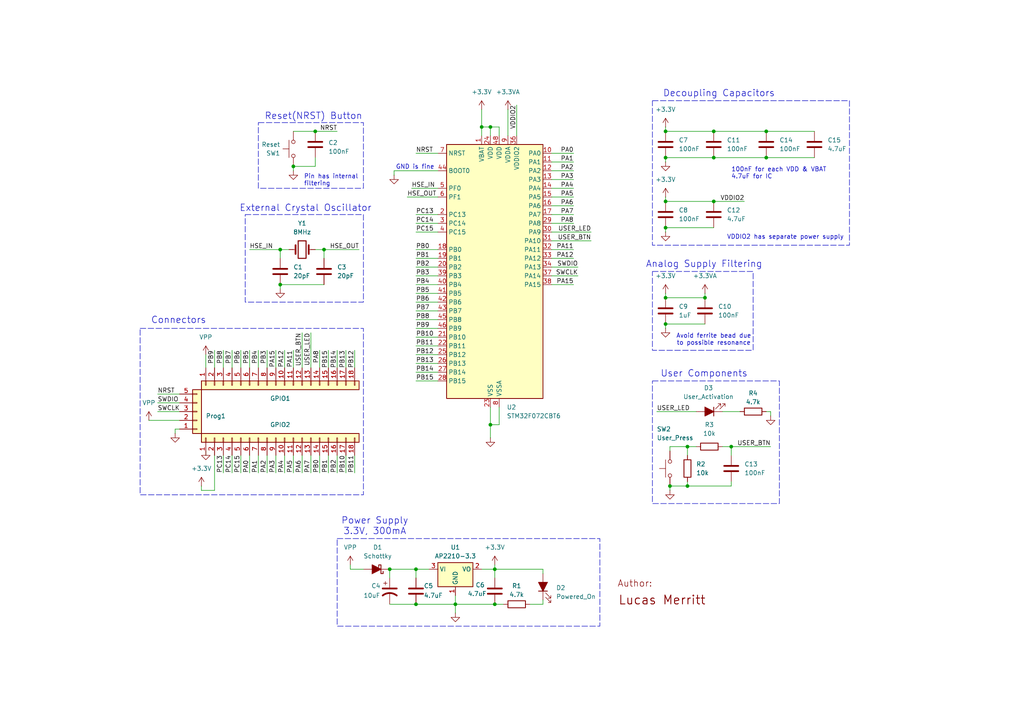
<source format=kicad_sch>
(kicad_sch (version 20231120) (generator "eeschema") (generator_version "8.0")
  (paper "A4")
  (title_block (title "STM32 Custom Development Board") (date "2024-07-27") (rev "4 update fp."))
  (lib_symbols
    (symbol "Connector_Generic:Conn_01x05" (pin_names (offset 1.016) hide)
      (property "Reference" "J" (at 0 7.62 0))
      (property "Value" "Conn_01x05" (at 0 -7.62 0))
      (symbol "Conn_01x05_1_1"
        (rectangle (start -1.27 -4.953) (end 0 -5.207) (stroke (width 0.1524)))
        (rectangle (start -1.27 -2.413) (end 0 -2.667) (stroke (width 0.1524)))
        (rectangle (start -1.27 0.127) (end 0 -0.127) (stroke (width 0.1524)))
        (rectangle (start -1.27 2.667) (end 0 2.413) (stroke (width 0.1524)))
        (rectangle (start -1.27 5.207) (end 0 4.953) (stroke (width 0.1524)))
        (rectangle (start -1.27 6.35) (end 1.27 -6.35) (stroke (width 0.254)) (fill (type background)))
        (pin passive line (at -5.08 5.08 0) (length 3.81) (name "Pin_1") (number "1"))
        (pin passive line (at -5.08 2.54 0) (length 3.81) (name "Pin_2") (number "2"))
        (pin passive line (at -5.08 0 0) (length 3.81) (name "Pin_3") (number "3"))
        (pin passive line (at -5.08 -2.54 0) (length 3.81) (name "Pin_4") (number "4"))
        (pin passive line (at -5.08 -5.08 0) (length 3.81) (name "Pin_5") (number "5"))
      )
    )
    (symbol "Connector_Generic:Conn_01x18" (pin_names (offset 1.016) hide)
      (property "Reference" "J" (at 0 22.86 0))
      (property "Value" "Conn_01x18" (at 0 -25.4 0))
      (symbol "Conn_01x18_1_1"
        (rectangle (start -1.27 -22.733) (end 0 -22.987) (stroke (width 0.1524)))
        (rectangle (start -1.27 -20.193) (end 0 -20.447) (stroke (width 0.1524)))
        (rectangle (start -1.27 -17.653) (end 0 -17.907) (stroke (width 0.1524)))
        (rectangle (start -1.27 -15.113) (end 0 -15.367) (stroke (width 0.1524)))
        (rectangle (start -1.27 -12.573) (end 0 -12.827) (stroke (width 0.1524)))
        (rectangle (start -1.27 -10.033) (end 0 -10.287) (stroke (width 0.1524)))
        (rectangle (start -1.27 -7.493) (end 0 -7.747) (stroke (width 0.1524)))
        (rectangle (start -1.27 -4.953) (end 0 -5.207) (stroke (width 0.1524)))
        (rectangle (start -1.27 -2.413) (end 0 -2.667) (stroke (width 0.1524)))
        (rectangle (start -1.27 0.127) (end 0 -0.127) (stroke (width 0.1524)))
        (rectangle (start -1.27 2.667) (end 0 2.413) (stroke (width 0.1524)))
        (rectangle (start -1.27 5.207) (end 0 4.953) (stroke (width 0.1524)))
        (rectangle (start -1.27 7.747) (end 0 7.493) (stroke (width 0.1524)))
        (rectangle (start -1.27 10.287) (end 0 10.033) (stroke (width 0.1524)))
        (rectangle (start -1.27 12.827) (end 0 12.573) (stroke (width 0.1524)))
        (rectangle (start -1.27 15.367) (end 0 15.113) (stroke (width 0.1524)))
        (rectangle (start -1.27 17.907) (end 0 17.653) (stroke (width 0.1524)))
        (rectangle (start -1.27 20.447) (end 0 20.193) (stroke (width 0.1524)))
        (rectangle (start -1.27 21.59) (end 1.27 -24.13) (stroke (width 0.254)) (fill (type background)))
        (pin passive line (at -5.08 20.32 0) (length 3.81) (name "Pin_1") (number "1"))
        (pin passive line (at -5.08 -2.54 0) (length 3.81) (name "Pin_10") (number "10"))
        (pin passive line (at -5.08 -5.08 0) (length 3.81) (name "Pin_11") (number "11"))
        (pin passive line (at -5.08 -7.62 0) (length 3.81) (name "Pin_12") (number "12"))
        (pin passive line (at -5.08 -10.16 0) (length 3.81) (name "Pin_13") (number "13"))
        (pin passive line (at -5.08 -12.7 0) (length 3.81) (name "Pin_14") (number "14"))
        (pin passive line (at -5.08 -15.24 0) (length 3.81) (name "Pin_15") (number "15"))
        (pin passive line (at -5.08 -17.78 0) (length 3.81) (name "Pin_16") (number "16"))
        (pin passive line (at -5.08 -20.32 0) (length 3.81) (name "Pin_17") (number "17"))
        (pin passive line (at -5.08 -22.86 0) (length 3.81) (name "Pin_18") (number "18"))
        (pin passive line (at -5.08 17.78 0) (length 3.81) (name "Pin_2") (number "2"))
        (pin passive line (at -5.08 15.24 0) (length 3.81) (name "Pin_3") (number "3"))
        (pin passive line (at -5.08 12.7 0) (length 3.81) (name "Pin_4") (number "4"))
        (pin passive line (at -5.08 10.16 0) (length 3.81) (name "Pin_5") (number "5"))
        (pin passive line (at -5.08 7.62 0) (length 3.81) (name "Pin_6") (number "6"))
        (pin passive line (at -5.08 5.08 0) (length 3.81) (name "Pin_7") (number "7"))
        (pin passive line (at -5.08 2.54 0) (length 3.81) (name "Pin_8") (number "8"))
        (pin passive line (at -5.08 0 0) (length 3.81) (name "Pin_9") (number "9"))
      )
    )
    (symbol "Device:C" (pin_numbers hide) (pin_names (offset 0.254))
      (property "Reference" "C" (at 0.635 2.54 0))
      (property "Value" "C" (at 0.635 -2.54 0))
      (symbol "C_0_1"
        (polyline (pts (xy -2.032 -0.762) (xy 2.032 -0.762)) (stroke (width 0.508)))
        (polyline (pts (xy -2.032 0.762) (xy 2.032 0.762)) (stroke (width 0.508)))
      )
      (symbol "C_1_1"
        (pin passive line (at 0 3.81 270) (length 2.794) (name "~") (number "1"))
        (pin passive line (at 0 -3.81 90) (length 2.794) (name "~") (number "2"))
      )
    )
    (symbol "Device:C_Polarized_US" (pin_numbers hide) (pin_names (offset 0.254) hide)
      (property "Reference" "C" (at 0.635 2.54 0))
      (property "Value" "C_Polarized_US" (at 0.635 -2.54 0))
      (symbol "C_Polarized_US_0_1"
        (polyline (pts (xy -2.032 0.762) (xy 2.032 0.762)) (stroke (width 0.508)))
        (polyline (pts (xy -1.778 2.286) (xy -0.762 2.286)))
        (polyline (pts (xy -1.27 1.778) (xy -1.27 2.794)))
        (arc (start 2.032 -1.27) (mid 0 -0.5572) (end -2.032 -1.27) (stroke (width 0.508)))
      )
      (symbol "C_Polarized_US_1_1"
        (pin passive line (at 0 3.81 270) (length 2.794) (name "~") (number "1"))
        (pin passive line (at 0 -3.81 90) (length 3.302) (name "~") (number "2"))
      )
    )
    (symbol "Device:Crystal" (pin_numbers hide) (pin_names (offset 1.016) hide)
      (property "Reference" "Y" (at 0 3.81 0))
      (property "Value" "Crystal" (at 0 -3.81 0))
      (symbol "Crystal_0_1"
        (rectangle (start -1.143 2.54) (end 1.143 -2.54) (stroke (width 0.3048)))
        (polyline (pts (xy -2.54 0) (xy -1.905 0)))
        (polyline (pts (xy -1.905 -1.27) (xy -1.905 1.27)) (stroke (width 0.508)))
        (polyline (pts (xy 1.905 -1.27) (xy 1.905 1.27)) (stroke (width 0.508)))
        (polyline (pts (xy 2.54 0) (xy 1.905 0)))
      )
      (symbol "Crystal_1_1"
        (pin passive line (at -3.81 0 0) (length 1.27) (name "1") (number "1"))
        (pin passive line (at 3.81 0 180) (length 1.27) (name "2") (number "2"))
      )
    )
    (symbol "Device:D_Schottky_Filled" (pin_numbers hide) (pin_names (offset 1.016) hide)
      (property "Reference" "D" (at 0 2.54 0))
      (property "Value" "D_Schottky_Filled" (at 0 -2.54 0))
      (symbol "D_Schottky_Filled_0_1"
        (polyline (pts (xy 1.27 0) (xy -1.27 0)))
        (polyline (pts (xy 1.27 1.27) (xy 1.27 -1.27) (xy -1.27 0) (xy 1.27 1.27)) (stroke (width 0.254)) (fill (type outline)))
        (polyline (pts (xy -1.905 0.635) (xy -1.905 1.27) (xy -1.27 1.27) (xy -1.27 -1.27) (xy -0.635 -1.27) (xy -0.635 -0.635)) (stroke (width 0.254)))
      )
      (symbol "D_Schottky_Filled_1_1"
        (pin passive line (at -3.81 0 0) (length 2.54) (name "K") (number "1"))
        (pin passive line (at 3.81 0 180) (length 2.54) (name "A") (number "2"))
      )
    )
    (symbol "Device:LED_Filled" (pin_numbers hide) (pin_names (offset 1.016) hide)
      (property "Reference" "D" (at 0 2.54 0))
      (property "Value" "LED_Filled" (at 0 -2.54 0))
      (symbol "LED_Filled_0_1"
        (polyline (pts (xy -1.27 -1.27) (xy -1.27 1.27)) (stroke (width 0.254)))
        (polyline (pts (xy -1.27 0) (xy 1.27 0)))
        (polyline (pts (xy 1.27 -1.27) (xy 1.27 1.27) (xy -1.27 0) (xy 1.27 -1.27)) (stroke (width 0.254)) (fill (type outline)))
        (polyline (pts (xy -3.048 -0.762) (xy -4.572 -2.286) (xy -3.81 -2.286) (xy -4.572 -2.286) (xy -4.572 -1.524)))
        (polyline (pts (xy -1.778 -0.762) (xy -3.302 -2.286) (xy -2.54 -2.286) (xy -3.302 -2.286) (xy -3.302 -1.524)))
      )
      (symbol "LED_Filled_1_1"
        (pin passive line (at -3.81 0 0) (length 2.54) (name "K") (number "1"))
        (pin passive line (at 3.81 0 180) (length 2.54) (name "A") (number "2"))
      )
    )
    (symbol "Device:R" (pin_numbers hide) (pin_names (offset 0))
      (property "Reference" "R" (at 2.032 0 90))
      (property "Value" "R" (at 0 0 90))
      (symbol "R_0_1"
        (rectangle (start -1.016 -2.54) (end 1.016 2.54) (stroke (width 0.254)))
      )
      (symbol "R_1_1"
        (pin passive line (at 0 3.81 270) (length 1.27) (name "~") (number "1"))
        (pin passive line (at 0 -3.81 90) (length 1.27) (name "~") (number "2"))
      )
    )
    (symbol "MCU_ST_STM32F0:STM32F072CBTx"
      (property "Reference" "U" (at -12.7 39.37 0))
      (property "Value" "STM32F072CBTx" (at 10.16 39.37 0))
      (symbol "STM32F072CBTx_0_1"
        (rectangle (start -12.7 -35.56) (end 15.24 38.1) (stroke (width 0.254)) (fill (type background)))
      )
      (symbol "STM32F072CBTx_1_1"
        (pin power_in line (at -2.54 40.64 270) (length 2.54) (name "VBAT") (number "1"))
        (pin bidirectional line (at 17.78 35.56 180) (length 2.54) (name "PA0") (number "10"))
        (pin bidirectional line (at 17.78 33.02 180) (length 2.54) (name "PA1") (number "11"))
        (pin bidirectional line (at 17.78 30.48 180) (length 2.54) (name "PA2") (number "12"))
        (pin bidirectional line (at 17.78 27.94 180) (length 2.54) (name "PA3") (number "13"))
        (pin bidirectional line (at 17.78 25.4 180) (length 2.54) (name "PA4") (number "14"))
        (pin bidirectional line (at 17.78 22.86 180) (length 2.54) (name "PA5") (number "15"))
        (pin bidirectional line (at 17.78 20.32 180) (length 2.54) (name "PA6") (number "16"))
        (pin bidirectional line (at 17.78 17.78 180) (length 2.54) (name "PA7") (number "17"))
        (pin bidirectional line (at -15.24 7.62 0) (length 2.54) (name "PB0") (number "18"))
        (pin bidirectional line (at -15.24 5.08 0) (length 2.54) (name "PB1") (number "19"))
        (pin bidirectional line (at -15.24 17.78 0) (length 2.54) (name "PC13") (number "2"))
        (pin bidirectional line (at -15.24 2.54 0) (length 2.54) (name "PB2") (number "20"))
        (pin bidirectional line (at -15.24 -17.78 0) (length 2.54) (name "PB10") (number "21"))
        (pin bidirectional line (at -15.24 -20.32 0) (length 2.54) (name "PB11") (number "22"))
        (pin power_in line (at 0 -38.1 90) (length 2.54) (name "VSS") (number "23"))
        (pin power_in line (at 0 40.64 270) (length 2.54) (name "VDD") (number "24"))
        (pin bidirectional line (at -15.24 -22.86 0) (length 2.54) (name "PB12") (number "25"))
        (pin bidirectional line (at -15.24 -25.4 0) (length 2.54) (name "PB13") (number "26"))
        (pin bidirectional line (at -15.24 -27.94 0) (length 2.54) (name "PB14") (number "27"))
        (pin bidirectional line (at -15.24 -30.48 0) (length 2.54) (name "PB15") (number "28"))
        (pin bidirectional line (at 17.78 15.24 180) (length 2.54) (name "PA8") (number "29"))
        (pin bidirectional line (at -15.24 15.24 0) (length 2.54) (name "PC14") (number "3"))
        (pin bidirectional line (at 17.78 12.7 180) (length 2.54) (name "PA9") (number "30"))
        (pin bidirectional line (at 17.78 10.16 180) (length 2.54) (name "PA10") (number "31"))
        (pin bidirectional line (at 17.78 7.62 180) (length 2.54) (name "PA11") (number "32"))
        (pin bidirectional line (at 17.78 5.08 180) (length 2.54) (name "PA12") (number "33"))
        (pin bidirectional line (at 17.78 2.54 180) (length 2.54) (name "PA13") (number "34"))
        (pin passive line (at 0 -38.1 90) (length 2.54) hide (name "VSS") (number "35"))
        (pin power_in line (at 7.62 40.64 270) (length 2.54) (name "VDDIO2") (number "36"))
        (pin bidirectional line (at 17.78 0 180) (length 2.54) (name "PA14") (number "37"))
        (pin bidirectional line (at 17.78 -2.54 180) (length 2.54) (name "PA15") (number "38"))
        (pin bidirectional line (at -15.24 0 0) (length 2.54) (name "PB3") (number "39"))
        (pin bidirectional line (at -15.24 12.7 0) (length 2.54) (name "PC15") (number "4"))
        (pin bidirectional line (at -15.24 -2.54 0) (length 2.54) (name "PB4") (number "40"))
        (pin bidirectional line (at -15.24 -5.08 0) (length 2.54) (name "PB5") (number "41"))
        (pin bidirectional line (at -15.24 -7.62 0) (length 2.54) (name "PB6") (number "42"))
        (pin bidirectional line (at -15.24 -10.16 0) (length 2.54) (name "PB7") (number "43"))
        (pin input line (at -15.24 30.48 0) (length 2.54) (name "BOOT0") (number "44"))
        (pin bidirectional line (at -15.24 -12.7 0) (length 2.54) (name "PB8") (number "45"))
        (pin bidirectional line (at -15.24 -15.24 0) (length 2.54) (name "PB9") (number "46"))
        (pin passive line (at 0 -38.1 90) (length 2.54) hide (name "VSS") (number "47"))
        (pin power_in line (at 2.54 40.64 270) (length 2.54) (name "VDD") (number "48"))
        (pin bidirectional line (at -15.24 25.4 0) (length 2.54) (name "PF0") (number "5"))
        (pin bidirectional line (at -15.24 22.86 0) (length 2.54) (name "PF1") (number "6"))
        (pin input line (at -15.24 35.56 0) (length 2.54) (name "NRST") (number "7"))
        (pin power_in line (at 2.54 -38.1 90) (length 2.54) (name "VSSA") (number "8"))
        (pin power_in line (at 5.08 40.64 270) (length 2.54) (name "VDDA") (number "9"))
      )
    )
    (symbol "Regulator_Linear:AP1117-33"
      (property "Reference" "U" (at -3.81 3.175 0))
      (property "Value" "AP1117-33" (at 0 3.175 0))
      (symbol "AP1117-33_0_1"
        (rectangle (start -5.08 -5.08) (end 5.08 1.905) (stroke (width 0.254)) (fill (type background)))
      )
      (symbol "AP1117-33_1_1"
        (pin power_in line (at 0 -7.62 90) (length 2.54) (name "GND") (number "1"))
        (pin power_out line (at 7.62 0 180) (length 2.54) (name "VO") (number "2"))
        (pin power_in line (at -7.62 0 0) (length 2.54) (name "VI") (number "3"))
      )
    )
    (symbol "Switch:SW_Push" (pin_numbers hide) (pin_names (offset 1.016) hide)
      (property "Reference" "SW" (at 1.27 2.54 0))
      (property "Value" "SW_Push" (at 0 -1.524 0))
      (symbol "SW_Push_0_1"
        (circle (center -2.032 0) (radius 0.508))
        (polyline (pts (xy 0 1.27) (xy 0 3.048)))
        (polyline (pts (xy 2.54 1.27) (xy -2.54 1.27)))
        (circle (center 2.032 0) (radius 0.508))
        (pin passive line (at -5.08 0 0) (length 2.54) (name "1") (number "1"))
        (pin passive line (at 5.08 0 180) (length 2.54) (name "2") (number "2"))
      )
    )
    (symbol "power:+3.3V" (power) (pin_numbers hide) (pin_names (offset 0) hide)
      (property "Value" "+3.3V" (at 0 3.556 0))
      (symbol "+3.3V_0_1"
        (polyline (pts (xy -0.762 1.27) (xy 0 2.54)))
        (polyline (pts (xy 0 0) (xy 0 2.54)))
        (polyline (pts (xy 0 2.54) (xy 0.762 1.27)))
      )
      (symbol "+3.3V_1_1"
        (pin power_in line (at 0 0 90) (length 0) (name "~") (number "1"))
      )
    )
    (symbol "power:+3.3VA" (power) (pin_numbers hide) (pin_names (offset 0) hide)
      (property "Value" "+3.3VA" (at 0 3.556 0))
      (symbol "+3.3VA_0_1"
        (polyline (pts (xy -0.762 1.27) (xy 0 2.54)))
        (polyline (pts (xy 0 0) (xy 0 2.54)))
        (polyline (pts (xy 0 2.54) (xy 0.762 1.27)))
      )
      (symbol "+3.3VA_1_1"
        (pin power_in line (at 0 0 90) (length 0) (name "~") (number "1"))
      )
    )
    (symbol "power:GND" (power) (pin_numbers hide) (pin_names (offset 0) hide)
      (property "Value" "GND" (at 0 -3.81 0))
      (symbol "GND_0_1"
        (polyline (pts (xy 0 0) (xy 0 -1.27) (xy 1.27 -1.27) (xy 0 -2.54) (xy -1.27 -1.27) (xy 0 -1.27)))
      )
      (symbol "GND_1_1"
        (pin power_in line (at 0 0 270) (length 0) (name "~") (number "1"))
      )
    )
    (symbol "power:VPP" (power) (pin_numbers hide) (pin_names (offset 0) hide)
      (property "Value" "VPP" (at 0 3.556 0))
      (symbol "VPP_0_1"
        (polyline (pts (xy -0.762 1.27) (xy 0 2.54)))
        (polyline (pts (xy 0 0) (xy 0 2.54)))
        (polyline (pts (xy 0 2.54) (xy 0.762 1.27)))
      )
      (symbol "VPP_1_1"
        (pin power_in line (at 0 0 90) (length 0) (name "~") (number "1"))
      )
    )
  )
  (junction (at 142.24 123.19))
  (junction (at 120.65 175.26))
  (junction (at 85.09 48.26))
  (junction (at 142.24 36.83))
  (junction (at 193.04 93.98))
  (junction (at 132.08 175.26))
  (junction (at 207.01 45.72))
  (junction (at 143.51 175.26))
  (junction (at 207.01 58.42))
  (junction (at 222.25 38.1))
  (junction (at 222.25 45.72))
  (junction (at 204.47 86.36))
  (junction (at 207.01 38.1))
  (junction (at 199.39 140.97))
  (junction (at 193.04 45.72))
  (junction (at 193.04 58.42))
  (junction (at 91.44 38.1))
  (junction (at 93.98 72.39))
  (junction (at 143.51 165.1))
  (junction (at 113.03 165.1))
  (junction (at 120.65 165.1))
  (junction (at 212.09 129.54))
  (junction (at 193.04 66.04))
  (junction (at 199.39 129.54))
  (junction (at 139.7 36.83))
  (junction (at 194.31 140.97))
  (junction (at 81.28 72.39))
  (junction (at 81.28 82.55))
  (junction (at 193.04 38.1))
  (junction (at 193.04 86.36))
  (wire (pts (xy 166.37 44.45) (xy 160.02 44.45)))
  (wire (pts (xy 160.02 80.01) (xy 167.64 80.01)))
  (wire (pts (xy 149.86 30.48) (xy 149.86 39.37)))
  (wire (pts (xy 90.17 96.52) (xy 90.17 106.68)))
  (wire (pts (xy 166.37 54.61) (xy 160.02 54.61)))
  (wire (pts (xy 119.38 54.61) (xy 127 54.61)))
  (wire (pts (xy 77.47 101.6) (xy 77.47 106.68)))
  (wire (pts (xy 166.37 82.55) (xy 160.02 82.55)))
  (wire (pts (xy 120.65 72.39) (xy 127 72.39)))
  (wire (pts (xy 64.77 137.16) (xy 64.77 132.08)))
  (wire (pts (xy 72.39 137.16) (xy 72.39 132.08)))
  (wire (pts (xy 166.37 57.15) (xy 160.02 57.15)))
  (wire (pts (xy 91.44 45.72) (xy 91.44 48.26)))
  (wire (pts (xy 113.03 175.26) (xy 120.65 175.26)))
  (wire (pts (xy 193.04 45.72) (xy 207.01 45.72)))
  (wire (pts (xy 120.65 100.33) (xy 127 100.33)))
  (wire (pts (xy 193.04 45.72) (xy 193.04 46.99)))
  (wire (pts (xy 120.65 67.31) (xy 127 67.31)))
  (wire (pts (xy 82.55 137.16) (xy 82.55 132.08)))
  (wire (pts (xy 166.37 49.53) (xy 160.02 49.53)))
  (wire (pts (xy 67.31 137.16) (xy 67.31 132.08)))
  (wire (pts (xy 97.79 101.6) (xy 97.79 106.68)))
  (wire (pts (xy 166.37 62.23) (xy 160.02 62.23)))
  (wire (pts (xy 144.78 36.83) (xy 142.24 36.83)))
  (wire (pts (xy 166.37 74.93) (xy 160.02 74.93)))
  (wire (pts (xy 85.09 137.16) (xy 85.09 132.08)))
  (wire (pts (xy 160.02 77.47) (xy 167.64 77.47)))
  (wire (pts (xy 120.65 80.01) (xy 127 80.01)))
  (wire (pts (xy 45.72 119.38) (xy 52.07 119.38)))
  (wire (pts (xy 207.01 38.1) (xy 222.25 38.1)))
  (wire (pts (xy 69.85 137.16) (xy 69.85 132.08)))
  (wire (pts (xy 132.08 172.72) (xy 132.08 175.26)))
  (wire (pts (xy 45.72 116.84) (xy 52.07 116.84)))
  (wire (pts (xy 120.65 95.25) (xy 127 95.25)))
  (wire (pts (xy 193.04 86.36) (xy 204.47 86.36)))
  (wire (pts (xy 95.25 101.6) (xy 95.25 106.68)))
  (wire (pts (xy 74.93 137.16) (xy 74.93 132.08)))
  (wire (pts (xy 59.69 132.08) (xy 59.69 130.81)))
  (wire (pts (xy 212.09 129.54) (xy 212.09 132.08)))
  (wire (pts (xy 143.51 165.1) (xy 143.51 167.64)))
  (wire (pts (xy 120.65 64.77) (xy 127 64.77)))
  (wire (pts (xy 87.63 96.52) (xy 87.63 106.68)))
  (wire (pts (xy 142.24 123.19) (xy 142.24 118.11)))
  (wire (pts (xy 101.6 165.1) (xy 105.41 165.1)))
  (wire (pts (xy 120.65 107.95) (xy 127 107.95)))
  (wire (pts (xy 92.71 137.16) (xy 92.71 132.08)))
  (wire (pts (xy 142.24 123.19) (xy 144.78 123.19)))
  (wire (pts (xy 236.22 45.72) (xy 222.25 45.72)))
  (wire (pts (xy 113.03 165.1) (xy 113.03 167.64)))
  (wire (pts (xy 118.11 57.15) (xy 127 57.15)))
  (wire (pts (xy 193.04 66.04) (xy 193.04 67.31)))
  (wire (pts (xy 143.51 163.83) (xy 143.51 165.1)))
  (wire (pts (xy 83.82 72.39) (xy 81.28 72.39)))
  (wire (pts (xy 81.28 72.39) (xy 81.28 74.93)))
  (wire (pts (xy 50.8 124.46) (xy 52.07 124.46)))
  (wire (pts (xy 193.04 66.04) (xy 207.01 66.04)))
  (wire (pts (xy 160.02 67.31) (xy 171.45 67.31)))
  (wire (pts (xy 120.65 102.87) (xy 127 102.87)))
  (wire (pts (xy 120.65 90.17) (xy 127 90.17)))
  (wire (pts (xy 139.7 31.75) (xy 139.7 36.83)))
  (wire (pts (xy 139.7 165.1) (xy 143.51 165.1)))
  (wire (pts (xy 207.01 45.72) (xy 222.25 45.72)))
  (wire (pts (xy 199.39 139.7) (xy 199.39 140.97)))
  (wire (pts (xy 59.69 102.87) (xy 59.69 106.68)))
  (wire (pts (xy 209.55 129.54) (xy 212.09 129.54)))
  (wire (pts (xy 144.78 123.19) (xy 144.78 118.11)))
  (wire (pts (xy 85.09 38.1) (xy 91.44 38.1)))
  (wire (pts (xy 212.09 129.54) (xy 223.52 129.54)))
  (wire (pts (xy 62.23 142.24) (xy 58.42 142.24)))
  (wire (pts (xy 120.65 74.93) (xy 127 74.93)))
  (wire (pts (xy 166.37 72.39) (xy 160.02 72.39)))
  (wire (pts (xy 120.65 82.55) (xy 127 82.55)))
  (wire (pts (xy 199.39 129.54) (xy 199.39 132.08)))
  (wire (pts (xy 120.65 44.45) (xy 127 44.45)))
  (wire (pts (xy 102.87 101.6) (xy 102.87 106.68)))
  (wire (pts (xy 194.31 140.97) (xy 199.39 140.97)))
  (wire (pts (xy 207.01 58.42) (xy 215.9 58.42)))
  (wire (pts (xy 58.42 142.24) (xy 58.42 140.97)))
  (wire (pts (xy 74.93 101.6) (xy 74.93 106.68)))
  (wire (pts (xy 199.39 140.97) (xy 212.09 140.97)))
  (wire (pts (xy 100.33 101.6) (xy 100.33 106.68)))
  (wire (pts (xy 120.65 87.63) (xy 127 87.63)))
  (wire (pts (xy 120.65 62.23) (xy 127 62.23)))
  (wire (pts (xy 209.55 119.38) (xy 214.63 119.38)))
  (wire (pts (xy 166.37 59.69) (xy 160.02 59.69)))
  (wire (pts (xy 193.04 38.1) (xy 207.01 38.1)))
  (wire (pts (xy 139.7 36.83) (xy 139.7 39.37)))
  (wire (pts (xy 204.47 85.09) (xy 204.47 86.36)))
  (wire (pts (xy 90.17 137.16) (xy 90.17 132.08)))
  (wire (pts (xy 95.25 137.16) (xy 95.25 132.08)))
  (wire (pts (xy 120.65 165.1) (xy 120.65 167.64)))
  (wire (pts (xy 82.55 101.6) (xy 82.55 106.68)))
  (wire (pts (xy 132.08 175.26) (xy 143.51 175.26)))
  (wire (pts (xy 114.3 49.53) (xy 127 49.53)))
  (wire (pts (xy 81.28 82.55) (xy 81.28 83.82)))
  (wire (pts (xy 193.04 93.98) (xy 204.47 93.98)))
  (wire (pts (xy 93.98 72.39) (xy 104.14 72.39)))
  (wire (pts (xy 67.31 101.6) (xy 67.31 106.68)))
  (wire (pts (xy 222.25 38.1) (xy 236.22 38.1)))
  (wire (pts (xy 120.65 105.41) (xy 127 105.41)))
  (wire (pts (xy 193.04 93.98) (xy 193.04 95.25)))
  (wire (pts (xy 157.48 173.99) (xy 157.48 175.26)))
  (wire (pts (xy 85.09 48.26) (xy 91.44 48.26)))
  (wire (pts (xy 193.04 57.15) (xy 193.04 58.42)))
  (wire (pts (xy 77.47 137.16) (xy 77.47 132.08)))
  (wire (pts (xy 193.04 85.09) (xy 193.04 86.36)))
  (wire (pts (xy 166.37 64.77) (xy 160.02 64.77)))
  (wire (pts (xy 212.09 140.97) (xy 212.09 139.7)))
  (wire (pts (xy 120.65 110.49) (xy 127 110.49)))
  (wire (pts (xy 142.24 123.19) (xy 142.24 127)))
  (wire (pts (xy 85.09 48.26) (xy 85.09 49.53)))
  (wire (pts (xy 142.24 36.83) (xy 139.7 36.83)))
  (wire (pts (xy 144.78 39.37) (xy 144.78 36.83)))
  (wire (pts (xy 45.72 114.3) (xy 52.07 114.3)))
  (wire (pts (xy 190.5 119.38) (xy 201.93 119.38)))
  (wire (pts (xy 120.65 85.09) (xy 127 85.09)))
  (wire (pts (xy 120.65 97.79) (xy 127 97.79)))
  (wire (pts (xy 132.08 175.26) (xy 132.08 177.8)))
  (wire (pts (xy 143.51 165.1) (xy 157.48 165.1)))
  (wire (pts (xy 120.65 92.71) (xy 127 92.71)))
  (wire (pts (xy 80.01 137.16) (xy 80.01 132.08)))
  (wire (pts (xy 97.79 137.16) (xy 97.79 132.08)))
  (wire (pts (xy 160.02 69.85) (xy 171.45 69.85)))
  (wire (pts (xy 142.24 36.83) (xy 142.24 39.37)))
  (wire (pts (xy 193.04 58.42) (xy 207.01 58.42)))
  (wire (pts (xy 100.33 137.16) (xy 100.33 132.08)))
  (wire (pts (xy 43.18 121.92) (xy 52.07 121.92)))
  (wire (pts (xy 157.48 165.1) (xy 157.48 166.37)))
  (wire (pts (xy 64.77 101.6) (xy 64.77 106.68)))
  (wire (pts (xy 120.65 165.1) (xy 124.46 165.1)))
  (wire (pts (xy 85.09 101.6) (xy 85.09 106.68)))
  (wire (pts (xy 166.37 52.07) (xy 160.02 52.07)))
  (wire (pts (xy 194.31 140.97) (xy 194.31 142.24)))
  (wire (pts (xy 91.44 38.1) (xy 97.79 38.1)))
  (wire (pts (xy 69.85 101.6) (xy 69.85 106.68)))
  (wire (pts (xy 62.23 101.6) (xy 62.23 106.68)))
  (wire (pts (xy 194.31 129.54) (xy 199.39 129.54)))
  (wire (pts (xy 81.28 82.55) (xy 93.98 82.55)))
  (wire (pts (xy 101.6 163.83) (xy 101.6 165.1)))
  (wire (pts (xy 113.03 165.1) (xy 120.65 165.1)))
  (wire (pts (xy 223.52 119.38) (xy 223.52 120.65)))
  (wire (pts (xy 80.01 101.6) (xy 80.01 106.68)))
  (wire (pts (xy 193.04 36.83) (xy 193.04 38.1)))
  (wire (pts (xy 120.65 175.26) (xy 132.08 175.26)))
  (wire (pts (xy 72.39 101.6) (xy 72.39 106.68)))
  (wire (pts (xy 92.71 101.6) (xy 92.71 106.68)))
  (wire (pts (xy 93.98 72.39) (xy 93.98 74.93)))
  (wire (pts (xy 120.65 77.47) (xy 127 77.47)))
  (wire (pts (xy 199.39 129.54) (xy 201.93 129.54)))
  (wire (pts (xy 72.39 72.39) (xy 81.28 72.39)))
  (wire (pts (xy 102.87 137.16) (xy 102.87 132.08)))
  (wire (pts (xy 222.25 119.38) (xy 223.52 119.38)))
  (wire (pts (xy 194.31 130.81) (xy 194.31 129.54)))
  (wire (pts (xy 166.37 46.99) (xy 160.02 46.99)))
  (wire (pts (xy 153.67 175.26) (xy 157.48 175.26)))
  (wire (pts (xy 143.51 175.26) (xy 146.05 175.26)))
  (wire (pts (xy 50.8 124.46) (xy 50.8 125.73)))
  (wire (pts (xy 62.23 132.08) (xy 62.23 142.24)))
  (wire (pts (xy 147.32 31.75) (xy 147.32 39.37)))
  (wire (pts (xy 114.3 49.53) (xy 114.3 50.8)))
  (wire (pts (xy 91.44 72.39) (xy 93.98 72.39)))
  (wire (pts (xy 87.63 137.16) (xy 87.63 132.08)))
  (rectangle (start 97.79 156.21) (end 173.99 181.61) (stroke (width 0) (type dash)))
  (rectangle (start 74.93 35.56) (end 105.41 54.61) (stroke (width 0) (type dash)))
  (rectangle (start 189.23 29.21) (end 246.38 71.12) (stroke (width 0) (type dash)))
  (rectangle (start 189.23 110.49) (end 226.06 146.05) (stroke (width 0) (type dash)))
  (rectangle (start 71.12 62.23) (end 105.41 87.63) (stroke (width 0) (type dash)))
  (rectangle (start 189.23 78.74) (end 218.44 101.6) (stroke (width 0) (type dash)))
  (rectangle (start 40.64 95.25) (end 105.41 143.51) (stroke (width 0) (type dash)))
  (text "100nF for each VDD & VBAT\n4.7uF for IC" (at 212.09 50.292 0) (effects (font (size 1.27 1.27)) (justify left)))
  (text "Power Supply\n3.3V, 300mA" (at 108.712 152.654 0) (effects (font (size 1.905 1.905))))
  (text "Connectors" (at 51.816 92.964 0) (effects (font (size 1.905 1.905))))
  (text "Decoupling Capacitors" (at 208.534 27.178 0) (effects (font (size 1.905 1.905))))
  (text "Lucas Merritt" (at 192.024 174.244 0) (effects (font (size 2.54 2.54) (thickness 0.254) (bold yes))))
  (text "Avoid ferrite bead due\nto possible resonance" (at 207.01 98.552 0) (effects (font (size 1.27 1.27))))
  (text "VDDIO2 has separate power supply" (at 210.82 68.834 0) (effects (font (size 1.27 1.27)) (justify left)))
  (text "External Crystal Oscillator" (at 88.646 60.452 0) (effects (font (size 1.905 1.905))))
  (text "Pin has internal \nfiltering" (at 88.138 52.324 0) (effects (font (size 1.27 1.27)) (justify left)))
  (text "User Components" (at 204.216 108.458 0) (effects (font (size 1.905 1.905))))
  (text "Reset(NRST) Button" (at 90.932 33.782 0) (effects (font (size 1.905 1.905))))
  (text "Author:" (at 184.15 169.418 0) (effects (font (size 1.905 1.905))))
  (text "Analog Supply Filtering" (at 204.216 76.708 0) (effects (font (size 1.905 1.905))))
  (text "GND is fine" (at 120.396 48.514 0) (effects (font (size 1.27 1.27))))
  (label "PB12" (at 120.65 102.87 0))
  (label "PB10" (at 120.65 97.79 0))
  (label "NRST" (at 97.79 38.1 180))
  (label "PB2" (at 97.79 137.16 90))
  (label "PB0" (at 120.65 72.39 0))
  (label "PB3" (at 120.65 80.01 0))
  (label "PA12" (at 82.55 101.6 270))
  (label "SWCLK" (at 45.72 119.38 0))
  (label "PB7" (at 120.65 90.17 0))
  (label "PB8" (at 64.77 101.6 270))
  (label "PB4" (at 74.93 101.6 270))
  (label "PC15" (at 120.65 67.31 0))
  (label "PB15" (at 95.25 101.6 270))
  (label "PB9" (at 120.65 95.25 0))
  (label "PB3" (at 77.47 101.6 270))
  (label "PA12" (at 166.37 74.93 180))
  (label "HSE_IN" (at 72.39 72.39 0))
  (label "PA0" (at 72.39 137.16 90))
  (label "USER_BTN" (at 171.45 69.85 180))
  (label "PB6" (at 120.65 87.63 0))
  (label "PA3" (at 166.37 52.07 180))
  (label "NRST" (at 45.72 114.3 0))
  (label "PB9" (at 62.23 101.6 270))
  (label "PB5" (at 120.65 85.09 0))
  (label "PB11" (at 120.65 100.33 0))
  (label "PA8" (at 92.71 101.6 270))
  (label "PA6" (at 87.63 137.16 90))
  (label "SWCLK" (at 167.64 80.01 180))
  (label "PB1" (at 95.25 137.16 90))
  (label "HSE_IN" (at 119.38 54.61 0))
  (label "PA8" (at 166.37 64.77 180))
  (label "PC13" (at 64.77 137.16 90))
  (label "PB12" (at 102.87 101.6 270))
  (label "PB7" (at 67.31 101.6 270))
  (label "SWDIO" (at 45.72 116.84 0))
  (label "PA11" (at 166.37 72.39 180))
  (label "PB10" (at 100.33 137.16 90))
  (label "PA1" (at 74.93 137.16 90))
  (label "USER_LED" (at 90.17 96.52 270))
  (label "PA15" (at 80.01 101.6 270))
  (label "PA3" (at 80.01 137.16 90))
  (label "PC15" (at 69.85 137.16 90))
  (label "PC14" (at 120.65 64.77 0))
  (label "PA4" (at 166.37 54.61 180))
  (label "PC14" (at 67.31 137.16 90))
  (label "PB14" (at 97.79 101.6 270))
  (label "USER_BTN" (at 223.52 129.54 180))
  (label "PB13" (at 120.65 105.41 0))
  (label "PA2" (at 77.47 137.16 90))
  (label "PB4" (at 120.65 82.55 0))
  (label "PB5" (at 72.39 101.6 270))
  (label "PB15" (at 120.65 110.49 0))
  (label "SWDIO" (at 167.64 77.47 180))
  (label "PA7" (at 90.17 137.16 90))
  (label "USER_LED" (at 190.5 119.38 0))
  (label "USER_BTN" (at 87.63 96.52 270))
  (label "VDDIO2" (at 149.86 30.48 270))
  (label "USER_LED" (at 171.45 67.31 180))
  (label "PA5" (at 166.37 57.15 180))
  (label "PC13" (at 120.65 62.23 0))
  (label "PA7" (at 166.37 62.23 180))
  (label "PB6" (at 69.85 101.6 270))
  (label "PB13" (at 100.33 101.6 270))
  (label "PB2" (at 120.65 77.47 0))
  (label "PA11" (at 85.09 101.6 270))
  (label "PA15" (at 166.37 82.55 180))
  (label "PA5" (at 85.09 137.16 90))
  (label "PB0" (at 92.71 137.16 90))
  (label "PB8" (at 120.65 92.71 0))
  (label "PA4" (at 82.55 137.16 90))
  (label "VDDIO2" (at 215.9 58.42 180))
  (label "HSE_OUT" (at 118.11 57.15 0))
  (label "PB14" (at 120.65 107.95 0))
  (label "PB11" (at 102.87 137.16 90))
  (label "PA0" (at 166.37 44.45 180))
  (label "PB1" (at 120.65 74.93 0))
  (label "NRST" (at 120.65 44.45 0))
  (label "HSE_OUT" (at 104.14 72.39 180))
  (label "PA1" (at 166.37 46.99 180))
  (label "PA2" (at 166.37 49.53 180))
  (label "PA6" (at 166.37 59.69 180))
  (symbol (lib_id "power:GND") (at 193.04 67.31 0) (unit 1)
    (property "Reference" "#PWR018" (effects (hide yes)))
    (property "Value" "GND" (effects (hide yes)))
    (property "Description" "Power symbol creates a global label with name \"GND\" , ground" (effects (hide yes)))
  )
  (symbol (lib_id "Device:R") (at 199.39 135.89 0) (unit 1)
    (property "Reference" "R2" (at 201.93 134.6199 0) (effects (justify left)))
    (property "Value" "10k" (at 201.93 137.1599 0) (effects (justify left)))
    (property "Footprint" "Resistor_SMD:R_0805_2012Metric_Pad1.20x1.40mm_HandSolder" (effects (hide yes)))
    (property "Description" "Resistor" (effects (hide yes)))
  )
  (symbol (lib_id "Connector_Generic:Conn_01x18") (at 80.01 127 90) (unit 1)
    (property "Reference" "GPIO2" (at 81.28 123.19 90))
    (property "Value" "Conn_01x18" (effects (hide yes)))
    (property "Footprint" "Connector_PinHeader_2.54mm:PinHeader_1x18_P2.54mm_Vertical" (effects (hide yes)))
    (property "Description" "Generic connector, single row, 01x18, script generated (kicad-library-utils/schlib/autogen/connector/)" (effects (hide yes)))
  )
  (symbol (lib_id "power:GND") (at 193.04 95.25 0) (unit 1)
    (property "Reference" "#PWR020" (effects (hide yes)))
    (property "Value" "GND" (effects (hide yes)))
    (property "Description" "Power symbol creates a global label with name \"GND\" , ground" (effects (hide yes)))
  )
  (symbol (lib_id "Device:C") (at 193.04 41.91 0) (unit 1)
    (property "Reference" "C7" (at 196.85 40.6399 0) (effects (justify left)))
    (property "Value" "100nF" (at 196.85 43.1799 0) (effects (justify left)))
    (property "Footprint" "Capacitor_SMD:C_0805_2012Metric_Pad1.18x1.45mm_HandSolder" (effects (hide yes)))
    (property "Description" "Unpolarized capacitor" (effects (hide yes)))
  )
  (symbol (lib_id "Device:C") (at 204.47 90.17 0) (unit 1)
    (property "Reference" "C10" (at 208.28 88.8999 0) (effects (justify left)))
    (property "Value" "100nF" (at 208.28 91.4399 0) (effects (justify left)))
    (property "Footprint" "Capacitor_SMD:C_0805_2012Metric_Pad1.18x1.45mm_HandSolder" (effects (hide yes)))
    (property "Description" "Unpolarized capacitor" (effects (hide yes)))
  )
  (symbol (lib_id "Device:C") (at 193.04 90.17 0) (unit 1)
    (property "Reference" "C9" (at 196.85 88.8999 0) (effects (justify left)))
    (property "Value" "1uF" (at 196.85 91.4399 0) (effects (justify left)))
    (property "Footprint" "Capacitor_SMD:C_0805_2012Metric_Pad1.18x1.45mm_HandSolder" (effects (hide yes)))
    (property "Description" "Unpolarized capacitor" (effects (hide yes)))
  )
  (symbol (lib_id "Device:C") (at 222.25 41.91 0) (unit 1)
    (property "Reference" "C14" (at 226.06 40.6399 0) (effects (justify left)))
    (property "Value" "100nF" (at 226.06 43.1799 0) (effects (justify left)))
    (property "Footprint" "Capacitor_SMD:C_0805_2012Metric_Pad1.18x1.45mm_HandSolder" (effects (hide yes)))
    (property "Description" "Unpolarized capacitor" (effects (hide yes)))
  )
  (symbol (lib_id "Device:R") (at 205.74 129.54 90) (unit 1)
    (property "Reference" "R3" (at 205.74 123.19 90))
    (property "Value" "10k" (at 205.74 125.73 90))
    (property "Footprint" "Resistor_SMD:R_0805_2012Metric_Pad1.20x1.40mm_HandSolder" (effects (hide yes)))
    (property "Description" "Resistor" (effects (hide yes)))
  )
  (symbol (lib_id "power:+3.3V") (at 193.04 36.83 0) (unit 1)
    (property "Reference" "#PWR015" (effects (hide yes)))
    (property "Value" "+3.3V" (at 193.04 31.75 0))
    (property "Description" "Power symbol creates a global label with name \"+3.3V\"" (effects (hide yes)))
  )
  (symbol (lib_id "power:+3.3VA") (at 204.47 85.09 0) (unit 1)
    (property "Reference" "#PWR022" (effects (hide yes)))
    (property "Value" "+3.3VA" (at 204.47 80.01 0))
    (property "Description" "Power symbol creates a global label with name \"+3.3VA\"" (effects (hide yes)))
  )
  (symbol (lib_id "power:GND") (at 132.08 177.8 0) (unit 1)
    (property "Reference" "#PWR010" (effects (hide yes)))
    (property "Value" "GND" (effects (hide yes)))
    (property "Description" "Power symbol creates a global label with name \"GND\" , ground" (effects (hide yes)))
  )
  (symbol (lib_id "power:+3.3V") (at 143.51 163.83 0) (unit 1)
    (property "Reference" "#PWR013" (effects (hide yes)))
    (property "Value" "+3.3V" (at 143.51 158.75 0))
    (property "Description" "Power symbol creates a global label with name \"+3.3V\"" (effects (hide yes)))
  )
  (symbol (lib_id "Device:R") (at 218.44 119.38 90) (unit 1)
    (property "Reference" "R4" (at 218.44 114.046 90))
    (property "Value" "4.7k" (at 218.44 116.586 90))
    (property "Footprint" "Resistor_SMD:R_0805_2012Metric_Pad1.20x1.40mm_HandSolder" (effects (hide yes)))
    (property "Description" "Resistor" (effects (hide yes)))
  )
  (symbol (lib_id "power:VPP") (at 43.18 121.92 0) (unit 1)
    (property "Reference" "#PWR01" (effects (hide yes)))
    (property "Value" "VPP" (at 43.18 116.84 0))
    (property "Description" "Power symbol creates a global label with name \"VPP\"" (effects (hide yes)))
  )
  (symbol (lib_id "Device:C") (at 236.22 41.91 0) (unit 1)
    (property "Reference" "C15" (at 240.03 40.6399 0) (effects (justify left)))
    (property "Value" "4.7uF" (at 240.03 43.1799 0) (effects (justify left)))
    (property "Footprint" "Capacitor_SMD:C_0805_2012Metric_Pad1.18x1.45mm_HandSolder" (effects (hide yes)))
    (property "Description" "Unpolarized capacitor" (effects (hide yes)))
  )
  (symbol (lib_id "Device:R") (at 149.86 175.26 90) (unit 1)
    (property "Reference" "R1" (at 149.86 169.926 90))
    (property "Value" "4.7k" (at 149.86 172.466 90))
    (property "Footprint" "Resistor_SMD:R_0805_2012Metric_Pad1.20x1.40mm_HandSolder" (effects (hide yes)))
    (property "Description" "Resistor" (effects (hide yes)))
  )
  (symbol (lib_id "power:GND") (at 59.69 130.81 0) (unit 1)
    (property "Reference" "#PWR05" (effects (hide yes)))
    (property "Value" "GND" (effects (hide yes)))
    (property "Description" "Power symbol creates a global label with name \"GND\" , ground" (effects (hide yes)))
  )
  (symbol (lib_id "Device:D_Schottky_Filled") (at 109.22 165.1 180) (unit 1)
    (property "Reference" "D1" (at 109.5375 158.75 0))
    (property "Value" "Schottky" (at 109.5375 161.29 0))
    (property "Footprint" "Diode_SMD:D_SOD-123" (effects (hide yes)))
    (property "Description" "Schottky diode, filled shape" (effects (hide yes)))
  )
  (symbol (lib_id "Device:Crystal") (at 87.63 72.39 0) (unit 1)
    (property "Reference" "Y1" (at 87.63 64.77 0))
    (property "Value" "8MHz" (at 87.63 67.31 0))
    (property "Footprint" "Crystal:Crystal_SMD_3225-4Pin_3.2x2.5mm_HandSoldering" (effects (hide yes)))
    (property "Description" "Two pin crystal" (effects (hide yes)))
  )
  (symbol (lib_id "Switch:SW_Push") (at 194.31 135.89 90) (unit 1)
    (property "Reference" "SW2" (at 190.5 124.46 90) (effects (justify right)))
    (property "Value" "User_Press" (at 190.5 127 90) (effects (justify right)))
    (property "Footprint" "Button_Switch_SMD:SW_Push_1P1T_NO_6x6mm_H9.5mm" (effects (hide yes)))
    (property "Description" "Push button switch, generic, two pins" (effects (hide yes)))
  )
  (symbol (lib_id "power:GND") (at 114.3 50.8 0) (unit 1)
    (property "Reference" "#PWR09" (effects (hide yes)))
    (property "Value" "GND" (effects (hide yes)))
    (property "Description" "Power symbol creates a global label with name \"GND\" , ground" (effects (hide yes)))
  )
  (symbol (lib_id "power:+3.3V") (at 139.7 31.75 0) (unit 1)
    (property "Reference" "#PWR011" (effects (hide yes)))
    (property "Value" "+3.3V" (at 139.7 26.67 0))
    (property "Description" "Power symbol creates a global label with name \"+3.3V\"" (effects (hide yes)))
  )
  (symbol (lib_id "power:GND") (at 142.24 127 0) (unit 1)
    (property "Reference" "#PWR012" (effects (hide yes)))
    (property "Value" "GND" (effects (hide yes)))
    (property "Description" "Power symbol creates a global label with name \"GND\" , ground" (effects (hide yes)))
  )
  (symbol (lib_id "power:GND") (at 85.09 49.53 0) (unit 1)
    (property "Reference" "#PWR07" (effects (hide yes)))
    (property "Value" "GND" (effects (hide yes)))
    (property "Description" "Power symbol creates a global label with name \"GND\" , ground" (effects (hide yes)))
  )
  (symbol (lib_id "power:VPP") (at 101.6 163.83 0) (unit 1)
    (property "Reference" "#PWR08" (effects (hide yes)))
    (property "Value" "VPP" (at 101.6 158.75 0))
    (property "Description" "Power symbol creates a global label with name \"VPP\"" (effects (hide yes)))
  )
  (symbol (lib_id "MCU_ST_STM32F0:STM32F072CBTx") (at 142.24 80.01 0) (unit 1)
    (property "Reference" "U2" (at 146.9741 118.11 0) (effects (justify left)))
    (property "Value" "STM32F072CBT6" (at 146.9741 120.65 0) (effects (justify left)))
    (property "Footprint" "Package_QFP:LQFP-48_7x7mm_P0.5mm" (effects (hide yes)))
    (property "Datasheet" "https://www.st.com/resource/en/datasheet/stm32f072cb.pdf" (effects (hide yes)))
    (property "Description" "STMicroelectronics Arm Cortex-M0 MCU, 128KB flash, 16KB RAM, 48 MHz, 2.0-3.6V, 37 GPIO, LQFP48" (effects (hide yes)))
  )
  (symbol (lib_id "Regulator_Linear:AP1117-33") (at 132.08 165.1 0) (unit 1)
    (property "Reference" "U1" (at 132.08 158.75 0))
    (property "Value" "AP2210-3.3" (at 132.08 161.29 0))
    (property "Footprint" "Package_TO_SOT_SMD:SOT-23-3" (effects (hide yes)))
    (property "Datasheet" "http://www.diodes.com/datasheets/AP1117.pdf" (effects (hide yes)))
    (property "Description" "1A Low Dropout regulator, positive, 3.3V fixed output, SOT-223" (effects (hide yes)))
  )
  (symbol (lib_id "Device:C") (at 212.09 135.89 0) (unit 1)
    (property "Reference" "C13" (at 215.9 134.6199 0) (effects (justify left)))
    (property "Value" "100nF" (at 215.9 137.1599 0) (effects (justify left)))
    (property "Footprint" "Capacitor_SMD:C_0805_2012Metric_Pad1.18x1.45mm_HandSolder" (effects (hide yes)))
    (property "Description" "Unpolarized capacitor" (effects (hide yes)))
  )
  (symbol (lib_id "Device:C") (at 207.01 62.23 0) (unit 1)
    (property "Reference" "C12" (at 210.82 60.9599 0) (effects (justify left)))
    (property "Value" "4.7uF" (at 210.82 63.4999 0) (effects (justify left)))
    (property "Footprint" "Capacitor_SMD:C_0805_2012Metric_Pad1.18x1.45mm_HandSolder" (effects (hide yes)))
    (property "Description" "Unpolarized capacitor" (effects (hide yes)))
  )
  (symbol (lib_id "Device:C") (at 91.44 41.91 0) (unit 1)
    (property "Reference" "C2" (at 95.25 41.402 0) (effects (justify left)))
    (property "Value" "100nF" (at 95.25 43.942 0) (effects (justify left)))
    (property "Footprint" "Capacitor_SMD:C_0805_2012Metric_Pad1.18x1.45mm_HandSolder" (effects (hide yes)))
    (property "Description" "Unpolarized capacitor" (effects (hide yes)))
  )
  (symbol (lib_id "Connector_Generic:Conn_01x18") (at 80.01 111.76 90) (mirror x) (unit 1)
    (property "Reference" "GPIO1" (at 81.28 115.57 90))
    (property "Value" "Conn_01x18" (effects (hide yes)))
    (property "Footprint" "Connector_PinHeader_2.54mm:PinHeader_1x18_P2.54mm_Vertical" (effects (hide yes)))
    (property "Description" "Generic connector, single row, 01x18, script generated (kicad-library-utils/schlib/autogen/connector/)" (effects (hide yes)))
  )
  (symbol (lib_id "power:+3.3V") (at 193.04 57.15 0) (unit 1)
    (property "Reference" "#PWR017" (effects (hide yes)))
    (property "Value" "+3.3V" (at 193.04 52.07 0))
    (property "Description" "Power symbol creates a global label with name \"+3.3V\"" (effects (hide yes)))
  )
  (symbol (lib_id "power:GND") (at 50.8 125.73 0) (unit 1)
    (property "Reference" "#PWR02" (effects (hide yes)))
    (property "Value" "GND" (effects (hide yes)))
    (property "Description" "Power symbol creates a global label with name \"GND\" , ground" (effects (hide yes)))
  )
  (symbol (lib_id "Device:C") (at 143.51 171.45 0) (unit 1)
    (property "Reference" "C6" (at 137.922 169.672 0) (effects (justify left)))
    (property "Value" "4.7uF" (at 135.636 172.212 0) (effects (justify left)))
    (property "Footprint" "Capacitor_SMD:C_0805_2012Metric_Pad1.18x1.45mm_HandSolder" (effects (hide yes)))
    (property "Description" "Unpolarized capacitor" (effects (hide yes)))
  )
  (symbol (lib_id "Device:C") (at 207.01 41.91 0) (unit 1)
    (property "Reference" "C11" (at 210.82 40.6399 0) (effects (justify left)))
    (property "Value" "100nF" (at 210.82 43.1799 0) (effects (justify left)))
    (property "Footprint" "Capacitor_SMD:C_0805_2012Metric_Pad1.18x1.45mm_HandSolder" (effects (hide yes)))
    (property "Description" "Unpolarized capacitor" (effects (hide yes)))
  )
  (symbol (lib_id "Device:LED_Filled") (at 205.74 119.38 180) (unit 1)
    (property "Reference" "D3" (at 205.486 112.522 0))
    (property "Value" "User_Activation" (at 205.486 115.062 0))
    (property "Footprint" "LED_SMD:LED_0805_2012Metric_Pad1.15x1.40mm_HandSolder" (effects (hide yes)))
    (property "Description" "Light emitting diode, filled shape" (effects (hide yes)))
  )
  (symbol (lib_id "power:+3.3V") (at 58.42 140.97 0) (unit 1)
    (property "Reference" "#PWR03" (effects (hide yes)))
    (property "Value" "+3.3V" (at 58.42 135.89 0))
    (property "Description" "Power symbol creates a global label with name \"+3.3V\"" (effects (hide yes)))
  )
  (symbol (lib_id "power:GND") (at 193.04 46.99 0) (unit 1)
    (property "Reference" "#PWR016" (effects (hide yes)))
    (property "Value" "GND" (effects (hide yes)))
    (property "Description" "Power symbol creates a global label with name \"GND\" , ground" (effects (hide yes)))
  )
  (symbol (lib_id "Device:C") (at 93.98 78.74 0) (unit 1)
    (property "Reference" "C3" (at 97.79 77.4699 0) (effects (justify left)))
    (property "Value" "20pF" (at 97.79 80.0099 0) (effects (justify left)))
    (property "Footprint" "Capacitor_SMD:C_0805_2012Metric_Pad1.18x1.45mm_HandSolder" (effects (hide yes)))
    (property "Description" "Unpolarized capacitor" (effects (hide yes)))
  )
  (symbol (lib_id "Connector_Generic:Conn_01x05") (at 57.15 119.38 0) (mirror x) (unit 1)
    (property "Reference" "Prog1" (at 59.69 120.6501 0) (effects (justify left)))
    (property "Value" "Conn_01x05" (effects (hide yes)))
    (property "Footprint" "Connector_PinHeader_2.54mm:PinHeader_1x05_P2.54mm_Horizontal" (effects (hide yes)))
    (property "Description" "Generic connector, single row, 01x05, script generated (kicad-library-utils/schlib/autogen/connector/)" (effects (hide yes)))
  )
  (symbol (lib_id "Device:C") (at 120.65 171.45 0) (unit 1)
    (property "Reference" "C5" (at 122.936 169.926 0) (effects (justify left)))
    (property "Value" "4.7uF" (at 122.936 172.72 0) (effects (justify left)))
    (property "Footprint" "Capacitor_SMD:C_0805_2012Metric_Pad1.18x1.45mm_HandSolder" (effects (hide yes)))
    (property "Description" "Unpolarized capacitor" (effects (hide yes)))
  )
  (symbol (lib_id "power:VPP") (at 59.69 102.87 0) (unit 1)
    (property "Reference" "#PWR04" (effects (hide yes)))
    (property "Value" "VPP" (at 59.69 97.79 0))
    (property "Description" "Power symbol creates a global label with name \"VPP\"" (effects (hide yes)))
  )
  (symbol (lib_id "Device:C_Polarized_US") (at 113.03 171.45 0) (unit 1)
    (property "Reference" "C4" (at 107.696 169.926 0) (effects (justify left)))
    (property "Value" "10uF" (at 105.41 172.72 0) (effects (justify left)))
    (property "Footprint" "Capacitor_SMD:C_1206_3216Metric_Pad1.33x1.80mm_HandSolder" (effects (hide yes)))
    (property "Description" "Polarized capacitor, US symbol" (effects (hide yes)))
  )
  (symbol (lib_id "Device:LED_Filled") (at 157.48 170.18 90) (unit 1)
    (property "Reference" "D2" (at 161.29 170.4974 90) (effects (justify right)))
    (property "Value" "Powered_On" (at 161.29 173.0374 90) (effects (justify right)))
    (property "Footprint" "LED_SMD:LED_0805_2012Metric_Pad1.15x1.40mm_HandSolder" (effects (hide yes)))
    (property "Description" "Light emitting diode, filled shape" (effects (hide yes)))
  )
  (symbol (lib_id "Switch:SW_Push") (at 85.09 43.18 90) (unit 1)
    (property "Reference" "SW1" (at 81.28 44.4501 90) (effects (justify left)))
    (property "Value" "Reset" (at 81.28 41.9101 90) (effects (justify left)))
    (property "Footprint" "Button_Switch_SMD:SW_Push_1P1T_NO_6x6mm_H9.5mm" (effects (hide yes)))
    (property "Description" "Push button switch, generic, two pins" (effects (hide yes)))
  )
  (symbol (lib_id "Device:C") (at 193.04 62.23 0) (unit 1)
    (property "Reference" "C8" (at 196.85 60.9599 0) (effects (justify left)))
    (property "Value" "100nF" (at 196.85 63.4999 0) (effects (justify left)))
    (property "Footprint" "Capacitor_SMD:C_0805_2012Metric_Pad1.18x1.45mm_HandSolder" (effects (hide yes)))
    (property "Description" "Unpolarized capacitor" (effects (hide yes)))
  )
  (symbol (lib_id "power:GND") (at 223.52 120.65 0) (unit 1)
    (property "Reference" "#PWR023" (effects (hide yes)))
    (property "Value" "GND" (effects (hide yes)))
    (property "Description" "Power symbol creates a global label with name \"GND\" , ground" (effects (hide yes)))
  )
  (symbol (lib_id "Device:C") (at 81.28 78.74 0) (unit 1)
    (property "Reference" "C1" (at 85.09 77.4699 0) (effects (justify left)))
    (property "Value" "20pF" (at 85.09 80.0099 0) (effects (justify left)))
    (property "Footprint" "Capacitor_SMD:C_0805_2012Metric_Pad1.18x1.45mm_HandSolder" (effects (hide yes)))
    (property "Description" "Unpolarized capacitor" (effects (hide yes)))
  )
  (symbol (lib_id "power:+3.3VA") (at 147.32 31.75 0) (unit 1)
    (property "Reference" "#PWR014" (effects (hide yes)))
    (property "Value" "+3.3VA" (at 147.32 26.67 0))
    (property "Description" "Power symbol creates a global label with name \"+3.3VA\"" (effects (hide yes)))
  )
  (symbol (lib_id "power:GND") (at 194.31 142.24 0) (unit 1)
    (property "Reference" "#PWR021" (effects (hide yes)))
    (property "Value" "GND" (effects (hide yes)))
    (property "Description" "Power symbol creates a global label with name \"GND\" , ground" (effects (hide yes)))
  )
  (symbol (lib_id "power:+3.3V") (at 193.04 85.09 0) (unit 1)
    (property "Reference" "#PWR019" (effects (hide yes)))
    (property "Value" "+3.3V" (at 193.04 80.01 0))
    (property "Description" "Power symbol creates a global label with name \"+3.3V\"" (effects (hide yes)))
  )
  (symbol (lib_id "power:GND") (at 81.28 83.82 0) (unit 1)
    (property "Reference" "#PWR06" (effects (hide yes)))
    (property "Value" "GND" (effects (hide yes)))
    (property "Description" "Power symbol creates a global label with name \"GND\" , ground" (effects (hide yes)))
  )
)
</source>
